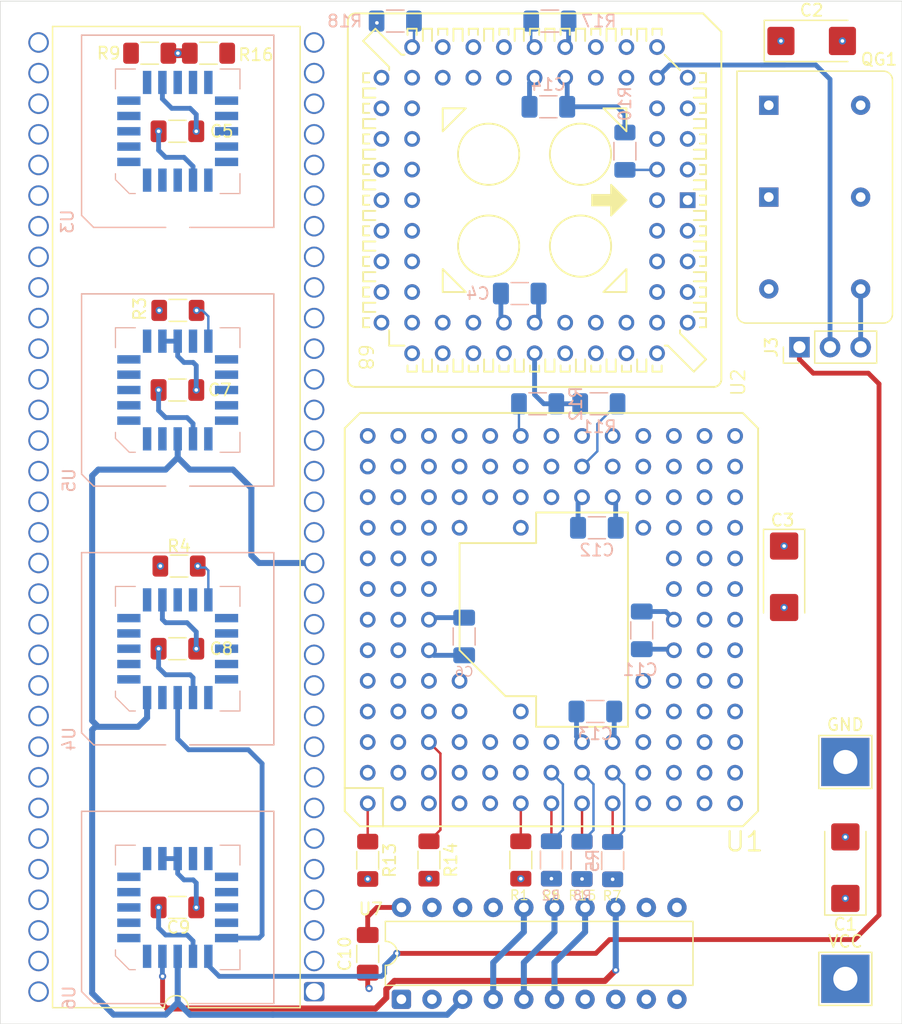
<source format=kicad_pcb>
(kicad_pcb (version 20241229) (generator "pcbnew") (generator_version "9.0")
  (layers (0 "F.Cu" signal) (4 "In1.Cu" power) (6 "In2.Cu" power) (2 "B.Cu" signal) (13 "F.Paste" user) (15 "B.Paste" user) (5 "F.SilkS" user "F.Silkscreen") (7 "B.SilkS" user "B.Silkscreen") (1 "F.Mask" user) (3 "B.Mask" user) (25 "Edge.Cuts" user))
  (net 0 "")
  (net 1 "VCC")
  (net 2 "GND")
  (net 3 "/A16")
  (net 4 "/A15")
  (net 5 "/{slash}RESET_00")
  (net 6 "/{slash}VPA")
  (net 7 "/A6")
  (net 8 "/{slash}LDS")
  (net 9 "/A10")
  (net 10 "/{slash}BR_00")
  (net 12 "/D22")
  (net 13 "/D24")
  (net 14 "/A12")
  (net 15 "/FC0")
  (net 16 "/D20")
  (net 17 "/D30")
  (net 18 "/{slash}VMA")
  (net 19 "/A2")
  (net 20 "/E")
  (net 21 "/C8M.PDS")
  (net 22 "/A1")
  (net 23 "/A13")
  (net 24 "/{slash}IPL1")
  (net 25 "/{slash}UDS")
  (net 26 "/A7")
  (net 27 "/A19")
  (net 28 "/A17")
  (net 29 "/A9")
  (net 30 "/{slash}AS_00")
  (net 31 "/A22")
  (net 32 "/A11")
  (net 33 "/D17")
  (net 34 "/A5")
  (net 35 "/D23")
  (net 36 "/A4")
  (net 37 "/A23")
  (net 38 "/D28")
  (net 39 "/D18")
  (net 40 "/D21")
  (net 41 "/D31")
  (net 42 "/{slash}DTACK")
  (net 43 "/D25")
  (net 44 "/A8")
  (net 45 "/A18")
  (net 46 "/{slash}IPL2")
  (net 49 "/D27")
  (net 50 "/A3")
  (net 52 "/D26")
  (net 53 "/D19")
  (net 54 "/A20")
  (net 55 "/A14")
  (net 56 "/FC2")
  (net 57 "/A21")
  (net 58 "/{slash}IPL0")
  (net 59 "/D29")
  (net 60 "/{slash}R{slash}W")
  (net 61 "/D16")
  (net 62 "/FC1")
  (net 63 "/FPUCLK")
  (net 64 "/{slash}DSACK0")
  (net 65 "/{slash}DSACK1")
  (net 66 "/{slash}RESET_30")
  (net 67 "/P2.A17")
  (net 68 "/{slash}AS_30")
  (net 69 "/{slash}STERM")
  (net 70 "/{slash}CBACK")
  (net 71 "/{slash}HALT_30")
  (net 72 "/P3.B10")
  (net 73 "/FPUSENSE")
  (net 74 "/CDIS")
  (net 75 "/{slash}MMUDIS")
  (net 76 "/{slash}BR_30")
  (net 77 "/{slash}BGACK_30")
  (net 78 "/{slash}BERR_30")
  (net 79 "/{slash}EXT.DTK")
  (net 80 "/FPUSIZE")
  (net 81 "/FPUA0")
  (net 82 "/CLK_30")
  (net 83 "/D12")
  (net 85 "/D11")
  (net 86 "/D7")
  (net 87 "/D4")
  (net 88 "/D2")
  (net 89 "/D9")
  (net 90 "/D1")
  (net 91 "/D8")
  (net 92 "/D10")
  (net 93 "/D13")
  (net 94 "/D5")
  (net 95 "/D15")
  (net 96 "/D6")
  (net 97 "/ECS")
  (net 98 "/D0")
  (net 99 "/D3")
  (net 101 "/{slash}FPUCS")
  (net 102 "/{slash}DS_30")
  (net 103 "/D14")
  (net 104 "/AVEC")
  (net 105 "/{slash}SCC.RW.DEC")
  (net 107 "/{slash}DTACK_SYS+EX")
  (net 108 "/{slash}CIIN")
  (net 109 "/NOFC")
  (net 111 "/N$1")
  (net 112 "/SM_CLK16")
  (net 114 "/N$7")
  (net 116 "/A0")
  (net 117 "/SIZ0")
  (net 118 "/SIZ1")
  (net 123 "/C16M")
  (net 127 "Net-(U7-I3)")
  (net 129 "Net-(U7-I5)")
  (net 132 "Net-(U7-I4)")
  (net 158 "Net-(J3-Pin_3)")
  (footprint "footprints:DIP-64_W22.86mm" (layer "F.Cu") (at 61.849 134.493 180)
    (property "Reference" "IC1" (hide yes))
    (property "Value" "68000D")
  )
  (footprint "Package_DIP:DIP-20_W7.62mm" (layer "F.Cu") (at 69.088 135.128 90)
    (property "Reference" "U7")
    (property "Value" "ATF16V8BJ")
  )
  (footprint "Capacitor_SMD:C_1206_3216Metric_Pad1.33x1.80mm_HandSolder" (layer "F.Cu") (at 50.5075 106.045)
    (property "Reference" "C8")
    (property "Value" "100nF")
  )
  (footprint "footprints:Oscillator_DIP-14-8" (layer "F.Cu") (at 99.568 60.96 -90)
    (property "Reference" "QG1")
    (property "Value" "QG5860" (hide yes))
  )
  (footprint "Resistor_SMD:R_1206_3216Metric_Pad1.30x1.75mm_HandSolder" (layer "F.Cu") (at 48.208 56.642)
    (property "Reference" "R9")
    (property "Value" "4k7")
  )
  (footprint "Resistor_SMD:R_1206_3216Metric_Pad1.30x1.75mm_HandSolder" (layer "F.Cu") (at 53.086 56.642 180)
    (property "Reference" "R16")
    (property "Value" "4k7")
  )
  (footprint "footprints:CPGA-128_Layout13x13_MC68030" (layer "F.Cu") (at 81.534 103.632 90)
    (property "Reference" "U1")
    (property "Value" "MC68030RC")
  )
  (footprint "Capacitor_Tantalum_SMD:CP_EIA-6032-28_Kemet-C_Pad2.25x2.35mm_HandSolder" (layer "F.Cu") (at 105.918 124.206 90)
    (property "Reference" "C1")
    (property "Value" "22uF")
  )
  (footprint "Resistor_SMD:R_1206_3216Metric_Pad1.30x1.75mm_HandSolder" (layer "F.Cu") (at 71.374 123.571 -90)
    (property "Reference" "R14")
    (property "Value" "4k7")
  )
  (footprint "Resistor_SMD:R_1206_3216Metric_Pad1.30x1.75mm_HandSolder" (layer "F.Cu") (at 50.642 99.187 180)
    (property "Reference" "R4")
    (property "Value" "4k7")
  )
  (footprint "Capacitor_Tantalum_SMD:CP_EIA-6032-28_Kemet-C_Pad2.25x2.35mm_HandSolder" (layer "F.Cu") (at 103.124 55.626)
    (property "Reference" "C2")
    (property "Value" "22uF")
  )
  (footprint "footprints:PLCC-68_THT-Socket" (layer "F.Cu") (at 92.837 68.834 -90)
    (property "Reference" "U2")
    (property "Value" "MC68881FN-SOC")
  )
  (footprint "TestPoint:TestPoint_THTPad_4.0x4.0mm_Drill2.0mm" (layer "F.Cu") (at 105.918 115.443 180)
    (property "Reference" "J2" (hide yes))
    (property "Value" "GND")
  )
  (footprint "Capacitor_SMD:C_1206_3216Metric_Pad1.33x1.80mm_HandSolder" (layer "F.Cu") (at 50.5075 127.508)
    (property "Reference" "C9")
    (property "Value" "100nF")
  )
  (footprint "Resistor_SMD:R_1206_3216Metric_Pad1.30x1.75mm_HandSolder" (layer "F.Cu") (at 84.074 123.597 -90)
    (property "Reference" "R15")
    (property "Value" "4k7")
  )
  (footprint "Capacitor_SMD:C_1206_3216Metric_Pad1.33x1.80mm_HandSolder" (layer "F.Cu") (at 50.5075 84.582)
    (property "Reference" "C7")
    (property "Value" "100nF")
  )
  (footprint "Resistor_SMD:R_1206_3216Metric_Pad1.30x1.75mm_HandSolder" (layer "F.Cu") (at 50.546 77.978 180)
    (property "Reference" "R3")
    (property "Value" "4k7")
  )
  (footprint "Resistor_SMD:R_1206_3216Metric_Pad1.30x1.75mm_HandSolder" (layer "F.Cu") (at 81.534 123.571 -90)
    (property "Reference" "R6")
    (property "Value" "4k7")
  )
  (footprint "TestPoint:TestPoint_THTPad_4.0x4.0mm_Drill2.0mm" (layer "F.Cu") (at 105.918 133.431 180)
    (property "Reference" "J1" (hide yes))
    (property "Value" "VCC")
  )
  (footprint "Resistor_SMD:R_1206_3216Metric_Pad1.30x1.75mm_HandSolder" (layer "F.Cu") (at 66.294 123.597 -90)
    (property "Reference" "R13")
    (property "Value" "4k7")
  )
  (footprint "Resistor_SMD:R_1206_3216Metric_Pad1.30x1.75mm_HandSolder" (layer "F.Cu") (at 86.614 123.623 -90)
    (property "Reference" "R7")
    (property "Value" "4k7")
  )
  (footprint "Connector_PinHeader_2.54mm:PinHeader_1x03_P2.54mm_Vertical" (layer "F.Cu") (at 102.108 81.026 90)
    (property "Reference" "J3")
    (property "Value" "FPU Clock")
  )
  (footprint "Resistor_SMD:R_1206_3216Metric_Pad1.30x1.75mm_HandSolder" (layer "F.Cu") (at 78.994 123.571 -90)
    (property "Reference" "R1")
    (property "Value" "4k7")
  )
  (footprint "Capacitor_SMD:C_1206_3216Metric_Pad1.33x1.80mm_HandSolder" (layer "F.Cu") (at 50.5075 63.119)
    (property "Reference" "C5")
    (property "Value" "100nF")
  )
  (footprint "Capacitor_SMD:C_1206_3216Metric_Pad1.33x1.80mm_HandSolder" (layer "F.Cu") (at 66.294 131.3565 -90)
    (property "Reference" "C10")
    (property "Value" "100nF")
  )
  (footprint "Capacitor_Tantalum_SMD:CP_EIA-6032-28_Kemet-C_Pad2.25x2.35mm_HandSolder" (layer "F.Cu") (at 100.838 100.076 -90)
    (property "Reference" "C3")
    (property "Value" "22uF")
  )
  (footprint "Resistor_SMD:R_1206_3216Metric_Pad1.30x1.75mm_HandSolder" (layer "B.Cu") (at 85.471 85.725 180)
    (property "Reference" "R11")
    (property "Value" "4k7")
  )
  (footprint "Resistor_SMD:R_1206_3216Metric_Pad1.30x1.75mm_HandSolder" (layer "B.Cu") (at 81.407 53.975)
    (property "Reference" "R17")
    (property "Value" "4k7")
  )
  (footprint "Capacitor_SMD:C_1206_3216Metric_Pad1.33x1.80mm_HandSolder" (layer "B.Cu") (at 78.9055 76.581 180)
    (property "Reference" "C4")
    (property "Value" "100nF")
  )
  (footprint "Package_LCC:PLCC-20_SMD-Socket" (layer "B.Cu") (at 50.5315 63.119)
    (property "Reference" "U3")
    (property "Value" "ATF16V8BJ")
  )
  (footprint "Capacitor_SMD:C_1206_3216Metric_Pad1.33x1.80mm_HandSolder" (layer "B.Cu") (at 74.295 105.029 90)
    (property "Reference" "C6")
    (property "Value" "100nF")
  )
  (footprint "Resistor_SMD:R_1206_3216Metric_Pad1.30x1.75mm_HandSolder" (layer "B.Cu") (at 84.074 123.597 -90)
    (property "Reference" "R8")
    (property "Value" "4k7")
  )
  (footprint "Capacitor_SMD:C_1206_3216Metric_Pad1.33x1.80mm_HandSolder" (layer "B.Cu") (at 89.027 104.521 90)
    (property "Reference" "C11")
    (property "Value" "100nF")
  )
  (footprint "Capacitor_SMD:C_1206_3216Metric_Pad1.33x1.80mm_HandSolder" (layer "B.Cu") (at 85.1785 111.252)
    (property "Reference" "C13")
    (property "Value" "100nF")
  )
  (footprint "Package_LCC:PLCC-20_SMD-Socket" (layer "B.Cu") (at 50.5315 84.582)
    (property "Reference" "U5")
    (property "Value" "ATF16V8BJ")
  )
  (footprint "Package_LCC:PLCC-20_SMD-Socket" (layer "B.Cu") (at 50.5315 106.045)
    (property "Reference" "U4")
    (property "Value" "ATF16V8BJ")
  )
  (footprint "Resistor_SMD:R_1206_3216Metric_Pad1.30x1.75mm_HandSolder" (layer "B.Cu") (at 68.58 53.975 180)
    (property "Reference" "R18")
    (property "Value" "4k7" (hide yes))
  )
  (footprint "Capacitor_SMD:C_1206_3216Metric_Pad1.33x1.80mm_HandSolder" (layer "B.Cu") (at 81.28 61.087 180)
    (property "Reference" "C14")
    (property "Value" "100nF")
  )
  (footprint "Resistor_SMD:R_1206_3216Metric_Pad1.30x1.75mm_HandSolder" (layer "B.Cu") (at 80.391 85.725)
    (property "Reference" "R12")
    (property "Value" "4k7")
  )
  (footprint "Resistor_SMD:R_1206_3216Metric_Pad1.30x1.75mm_HandSolder" (layer "B.Cu") (at 86.614 123.623 -90)
    (property "Reference" "R5")
    (property "Value" "4k7")
  )
  (footprint "Package_LCC:PLCC-20_SMD-Socket" (layer "B.Cu") (at 50.5315 127.508)
    (property "Reference" "U6")
    (property "Value" "ATF16V8BJ")
  )
  (footprint "Capacitor_SMD:C_1206_3216Metric_Pad1.33x1.80mm_HandSolder" (layer "B.Cu") (at 85.3055 96.012)
    (property "Reference" "C12")
    (property "Value" "100nF")
  )
  (footprint "Resistor_SMD:R_1206_3216Metric_Pad1.30x1.75mm_HandSolder" (layer "B.Cu") (at 81.534 123.571 -90)
    (property "Reference" "R2")
    (property "Value" "4k7")
  )
  (footprint "Resistor_SMD:R_1206_3216Metric_Pad1.30x1.75mm_HandSolder" (layer "B.Cu") (at 87.63 64.77 90)
    (property "Reference" "R10")
    (property "Value" "4k7")
  )
  (gr_rect (start 35.814 52.324) (end 110.617 137.16) (stroke (width 0.05)) (fill no) (layer "Edge.Cuts"))
  (segment (start 66.294 128.27) (end 67.056 127.508) (width 0.4) (layer "F.Cu") (net 1))
  (segment (start 49.758 56.642) (end 50.546 56.642) (width 0.8) (layer "F.Cu") (net 1))
  (segment (start 67.056 127.508) (end 69.088 127.508) (width 0.4) (layer "F.Cu") (net 1))
  (segment (start 50.546 56.642) (end 51.536 56.642) (width 0.8) (layer "F.Cu") (net 1))
  (segment (start 66.294 129.794) (end 66.294 128.27) (width 0.4) (layer "F.Cu") (net 1))
  (via (at 48.945 127.508) (size 0.6) (drill 0.3) (layers "F.Cu" "B.Cu") (net 1))
  (via (at 67.056 54.125) (size 0.6) (drill 0.3) (layers "F.Cu" "B.Cu") (net 1))
  (via (at 100.574 55.626) (size 0.6) (drill 0.3) (layers "F.Cu" "B.Cu") (net 1))
  (via (at 50.546 56.642) (size 0.6) (drill 0.3) (layers "F.Cu" "B.Cu") (net 1))
  (via (at 84.074 125.147) (size 0.6) (drill 0.3) (layers "F.Cu" "B.Cu") (net 1))
  (via (at 71.374 125.121) (size 0.6) (drill 0.3) (layers "F.Cu" "B.Cu") (net 1))
  (via (at 48.945 63.119) (size 0.6) (drill 0.3) (layers "F.Cu" "B.Cu") (net 1))
  (via (at 66.294 125.147) (size 0.6) (drill 0.3) (layers "F.Cu" "B.Cu") (net 1))
  (via (at 49.092 99.187) (size 0.6) (drill 0.3) (layers "F.Cu" "B.Cu") (net 1))
  (via (at 100.838 97.526) (size 0.6) (drill 0.3) (layers "F.Cu" "B.Cu") (net 1))
  (via (at 48.996 77.978) (size 0.6) (drill 0.3) (layers "F.Cu" "B.Cu") (net 1))
  (via (at 48.945 106.045) (size 0.6) (drill 0.3) (layers "F.Cu" "B.Cu") (net 1))
  (via (at 78.994 125.121) (size 0.6) (drill 0.3) (layers "F.Cu" "B.Cu") (net 1))
  (via (at 48.945 84.582) (size 0.6) (drill 0.3) (layers "F.Cu" "B.Cu") (net 1))
  (via (at 81.534 125.121) (size 0.6) (drill 0.3) (layers "F.Cu" "B.Cu") (net 1))
  (via (at 105.918 126.756) (size 0.6) (drill 0.3) (layers "F.Cu" "B.Cu") (net 1))
  (via (at 86.614 125.173) (size 0.6) (drill 0.3) (layers "F.Cu" "B.Cu") (net 1))
  (segment (start 48.945 129.209) (end 48.945 127.508) (width 0.4) (layer "B.Cu") (net 1))
  (segment (start 74.295 106.5915) (end 71.7935 106.5915) (width 0.4) (layer "B.Cu") (net 1))
  (segment (start 87.63 61.722) (end 87.63 63.22) (width 0.4) (layer "B.Cu") (net 1))
  (segment (start 51.8015 130.2875) (end 51.308 129.794) (width 0.4) (layer "B.Cu") (net 1))
  (segment (start 51.308 129.794) (end 49.53 129.794) (width 0.4) (layer "B.Cu") (net 1))
  (segment (start 80.137 84.963) (end 80.137 81.534) (width 0.4) (layer "B.Cu") (net 1))
  (segment (start 91.6055 106.0835) (end 91.694 106.172) (width 0.4) (layer "B.Cu") (net 1))
  (segment (start 48.945 64.693) (end 49.53 65.278) (width 0.4) (layer "B.Cu") (net 1))
  (segment (start 83.743 96.012) (end 83.743 93.803) (width 0.4) (layer "B.Cu") (net 1))
  (segment (start 49.53 129.794) (end 48.945 129.209) (width 0.4) (layer "B.Cu") (net 1))
  (segment (start 51.308 86.868) (end 49.53 86.868) (width 0.4) (layer "B.Cu") (net 1))
  (segment (start 51.8015 67.1715) (end 51.8015 66.0255) (width 0.4) (layer "B.Cu") (net 1))
  (segment (start 80.468 76.581) (end 80.468 78.663) (width 0.4) (layer "B.Cu") (net 1))
  (segment (start 51.562 108.204) (end 49.53 108.204) (width 0.4) (layer "B.Cu") (net 1))
  (segment (start 82.8425 61.087) (end 82.8425 58.8395) (width 0.4) (layer "B.Cu") (net 1))
  (segment (start 51.8015 110.0975) (end 51.8015 108.4435) (width 0.4) (layer "B.Cu") (net 1))
  (segment (start 83.616 113.334) (end 84.074 113.792) (width 0.4) (layer "B.Cu") (net 1))
  (segment (start 80.899 85.725) (end 80.137 84.963) (width 0.4) (layer "B.Cu") (net 1))
  (segment (start 83.743 93.803) (end 84.074 93.472) (width 0.4) (layer "B.Cu") (net 1))
  (segment (start 80.468 78.663) (end 80.137 78.994) (width 0.4) (layer "B.Cu") (net 1))
  (segment (start 51.8015 87.3615) (end 51.308 86.868) (width 0.4) (layer "B.Cu") (net 1))
  (segment (start 49.53 108.204) (end 48.945 107.619) (width 0.4) (layer "B.Cu") (net 1))
  (segment (start 82.8425 61.087) (end 86.995 61.087) (width 0.4) (layer "B.Cu") (net 1))
  (segment (start 82.8425 58.8395) (end 82.677 58.674) (width 0.4) (layer "B.Cu") (net 1))
  (segment (start 82.957 53.975) (end 82.957 55.854) (width 0.4) (layer "B.Cu") (net 1))
  (segment (start 51.8015 108.4435) (end 51.562 108.204) (width 0.4) (layer "B.Cu") (net 1))
  (segment (start 81.941 85.725) (end 80.899 85.725) (width 0.4) (layer "B.Cu") (net 1))
  (segment (start 48.945 84.582) (end 48.945 86.283) (width 0.4) (layer "B.Cu") (net 1))
  (segment (start 48.945 63.119) (end 48.945 64.693) (width 0.4) (layer "B.Cu") (net 1))
  (segment (start 51.8015 66.0255) (end 51.054 65.278) (width 0.4) (layer "B.Cu") (net 1))
  (segment (start 89.027 106.0835) (end 91.6055 106.0835) (width 0.4) (layer "B.Cu") (net 1))
  (segment (start 81.941 85.725) (end 83.921 85.725) (width 0.4) (layer "B.Cu") (net 1))
  (segment (start 71.7935 106.5915) (end 71.374 106.172) (width 0.4) (layer "B.Cu") (net 1))
  (segment (start 51.8015 131.5605) (end 51.8015 130.2875) (width 0.4) (layer "B.Cu") (net 1))
  (segment (start 51.8015 88.6345) (end 51.8015 87.3615) (width 0.4) (layer "B.Cu") (net 1))
  (segment (start 48.945 107.619) (end 48.945 106.045) (width 0.4) (layer "B.Cu") (net 1))
  (segment (start 83.616 111.252) (end 83.616 113.334) (width 0.4) (layer "B.Cu") (net 1))
  (segment (start 48.945 86.283) (end 49.53 86.868) (width 0.4) (layer "B.Cu") (net 1))
  (segment (start 51.054 65.278) (end 49.53 65.278) (width 0.4) (layer "B.Cu") (net 1))
  (segment (start 82.957 55.854) (end 82.677 56.134) (width 0.4) (layer "B.Cu") (net 1))
  (segment (start 67.03 53.975) (end 67.03 54.099) (width 0.4) (layer "B.Cu") (net 1))
  (segment (start 86.995 61.087) (end 87.63 61.722) (width 0.4) (layer "B.Cu") (net 1))
  (segment (start 67.03 54.099) (end 67.056 54.125) (width 0.4) (layer "B.Cu") (net 1))
  (segment (start 66.294 134.112) (end 66.407391 134.225391) (width 0.4) (layer "F.Cu") (net 2))
  (segment (start 66.294 132.919) (end 66.294 132.842) (width 0.4) (layer "F.Cu") (net 2))
  (segment (start 105.918 121.656) (end 105.918 121.666) (width 0.4) (layer "F.Cu") (net 2))
  (segment (start 66.294 132.919) (end 66.294 134.112) (width 0.4) (layer "F.Cu") (net 2))
  (via (at 100.838 102.626) (size 0.6) (drill 0.3) (layers "F.Cu" "B.Cu") (net 2))
  (via (at 105.674 55.626) (size 0.6) (drill 0.3) (layers "F.Cu" "B.Cu") (net 2))
  (via (at 52.07 63.119) (size 0.6) (drill 0.3) (layers "F.Cu" "B.Cu") (net 2))
  (via (at 66.407391 134.225391) (size 0.6) (drill 0.3) (layers "F.Cu" "B.Cu") (net 2))
  (via (at 105.918 121.666) (size 0.6) (drill 0.3) (layers "F.Cu" "B.Cu") (net 2))
  (via (at 52.07 127.508) (size 0.6) (drill 0.3) (layers "F.Cu" "B.Cu") (net 2))
  (via (at 52.07 106.045) (size 0.6) (drill 0.3) (layers "F.Cu" "B.Cu") (net 2))
  (via (at 52.07 84.582) (size 0.6) (drill 0.3) (layers "F.Cu" "B.Cu") (net 2))
  (segment (start 49.2615 123.4555) (end 50.5315 123.4555) (width 0.4) (layer "B.Cu") (net 2))
  (segment (start 51.054 125.222) (end 51.816 125.222) (width 0.4) (layer "B.Cu") (net 2))
  (segment (start 49.53 103.886) (end 49.2615 103.6175) (width 0.4) (layer "B.Cu") (net 2))
  (segment (start 52.07 125.476) (end 52.07 127.508) (width 0.4) (layer "B.Cu") (net 2))
  (segment (start 86.868 93.726) (end 86.614 93.472) (width 0.4) (layer "B.Cu") (net 2))
  (segment (start 52.07 104.648) (end 51.308 103.886) (width 0.4) (layer "B.Cu") (net 2))
  (segment (start 50.5315 81.7735) (end 51.054 82.296) (width 0.4) (layer "B.Cu") (net 2))
  (segment (start 52.07 106.045) (end 52.07 104.648) (width 0.4) (layer "B.Cu") (net 2))
  (segment (start 51.816 125.222) (end 52.07 125.476) (width 0.4) (layer "B.Cu") (net 2))
  (segment (start 51.054 82.296) (end 51.816 82.296) (width 0.4) (layer "B.Cu") (net 2))
  (segment (start 50.038 61.214) (end 51.562 61.214) (width 0.4) (layer "B.Cu") (net 2))
  (segment (start 49.2615 60.4375) (end 50.038 61.214) (width 0.4) (layer "B.Cu") (net 2))
  (segment (start 79.7175 59.0935) (end 80.137 58.674) (width 0.4) (layer "B.Cu") (net 2))
  (segment (start 79.7175 61.087) (end 79.7175 59.0935) (width 0.4) (layer "B.Cu") (net 2))
  (segment (start 52.07 61.722) (end 52.07 63.119) (width 0.4) (layer "B.Cu") (net 2))
  (segment (start 52.07 82.55) (end 52.07 84.582) (width 0.4) (layer "B.Cu") (net 2))
  (segment (start 86.868 96.012) (end 86.868 93.726) (width 0.4) (layer "B.Cu") (net 2))
  (segment (start 89.027 102.9585) (end 91.0205 102.9585) (width 0.4) (layer "B.Cu") (net 2))
  (segment (start 49.2615 59.0665) (end 49.2615 60.4375) (width 0.4) (layer "B.Cu") (net 2))
  (segment (start 51.308 103.886) (end 49.53 103.886) (width 0.4) (layer "B.Cu") (net 2))
  (segment (start 74.295 103.4665) (end 71.5395 103.4665) (width 0.4) (layer "B.Cu") (net 2))
  (segment (start 50.5315 124.6995) (end 51.054 125.222) (width 0.4) (layer "B.Cu") (net 2))
  (segment (start 49.2615 80.5295) (end 50.5315 80.5295) (width 0.4) (layer "B.Cu") (net 2))
  (segment (start 77.343 76.581) (end 77.343 78.74) (width 0.4) (layer "B.Cu") (net 2))
  (segment (start 86.741 113.665) (end 86.614 113.792) (width 0.4) (layer "B.Cu") (net 2))
  (segment (start 51.816 82.296) (end 52.07 82.55) (width 0.4) (layer "B.Cu") (net 2))
  (segment (start 50.5315 80.5295) (end 50.5315 81.7735) (width 0.4) (layer "B.Cu") (net 2))
  (segment (start 51.562 61.214) (end 52.07 61.722) (width 0.4) (layer "B.Cu") (net 2))
  (segment (start 91.0205 102.9585) (end 91.694 103.632) (width 0.4) (layer "B.Cu") (net 2))
  (segment (start 71.5395 103.4665) (end 71.374 103.632) (width 0.4) (layer "B.Cu") (net 2))
  (segment (start 50.5315 123.4555) (end 50.5315 124.6995) (width 0.4) (layer "B.Cu") (net 2))
  (segment (start 77.343 78.74) (end 77.597 78.994) (width 0.4) (layer "B.Cu") (net 2))
  (segment (start 86.741 111.252) (end 86.741 113.665) (width 0.4) (layer "B.Cu") (net 2))
  (segment (start 49.2615 103.6175) (end 49.2615 101.9925) (width 0.4) (layer "B.Cu") (net 2))
  (segment (start 58.409 136.409) (end 51.562 136.409) (width 0.5) (layer "B.Cu") (net 21))
  (segment (start 72.887 136.409) (end 58.431 136.409) (width 0.5) (layer "B.Cu") (net 21))
  (segment (start 50.5405 135.3875) (end 51.562 136.409) (width 0.5) (layer "B.Cu") (net 21))
  (segment (start 61.849 98.933) (end 57.277 98.933) (width 0.5) (layer "B.Cu") (net 21))
  (segment (start 55.118 91.186) (end 51.533 91.186) (width 0.5) (layer "B.Cu") (net 21))
  (segment (start 43.942 91.186) (end 49.53 91.186) (width 0.5) (layer "B.Cu") (net 21))
  (segment (start 43.434 112.014) (end 43.434 91.694) (width 0.5) (layer "B.Cu") (net 21))
  (segment (start 43.434 112.776) (end 43.688 112.522) (width 0.5) (layer "B.Cu") (net 21))
  (segment (start 47.244 112.522) (end 47.9915 111.7745) (width 0.5) (layer "B.Cu") (net 21))
  (segment (start 43.942 112.522) (end 47.244 112.522) (width 0.5) (layer "B.Cu") (net 21))
  (segment (start 50.5315 131.5605) (end 50.5315 135.3785) (width 0.5) (layer "B.Cu") (net 21))
  (segment (start 43.434 91.694) (end 43.942 91.186) (width 0.5) (layer "B.Cu") (net 21))
  (segment (start 51.533 91.186) (end 50.5315 90.1845) (width 0.5) (layer "B.Cu") (net 21))
  (segment (start 58.431 136.409) (end 58.42 136.398) (width 0.5) (layer "B.Cu") (net 21))
  (segment (start 43.688 112.522) (end 43.942 112.522) (width 0.5) (layer "B.Cu") (net 21))
  (segment (start 49.53 136.398) (end 45.212 136.398) (width 0.5) (layer "B.Cu") (net 21))
  (segment (start 58.42 136.398) (end 58.409 136.409) (width 0.5) (layer "B.Cu") (net 21))
  (segment (start 50.5405 135.3875) (end 49.53 136.398) (width 0.5) (layer "B.Cu") (net 21))
  (segment (start 43.942 112.522) (end 43.434 112.014) (width 0.5) (layer "B.Cu") (net 21))
  (segment (start 50.5315 90.1845) (end 50.5315 88.6345) (width 0.5) (layer "B.Cu") (net 21))
  (segment (start 57.277 98.933) (end 56.642 98.298) (width 0.5) (layer "B.Cu") (net 21))
  (segment (start 50.5315 135.3785) (end 50.5405 135.3875) (width 0.5) (layer "B.Cu") (net 21))
  (segment (start 74.168 135.128) (end 72.887 136.409) (width 0.5) (layer "B.Cu") (net 21))
  (segment (start 45.212 136.398) (end 43.434 134.62) (width 0.5) (layer "B.Cu") (net 21))
  (segment (start 56.642 98.298) (end 56.642 92.71) (width 0.5) (layer "B.Cu") (net 21))
  (segment (start 47.9915 111.7745) (end 47.9915 110.0975) (width 0.5) (layer "B.Cu") (net 21))
  (segment (start 43.434 134.62) (end 43.434 112.776) (width 0.5) (layer "B.Cu") (net 21))
  (segment (start 49.53 91.186) (end 50.5315 90.1845) (width 0.5) (layer "B.Cu") (net 21))
  (segment (start 56.642 92.71) (end 55.118 91.186) (width 0.5) (layer "B.Cu") (net 21))
  (segment (start 91.348 57.623) (end 90.297 58.674) (width 0.4) (layer "B.Cu") (net 63))
  (segment (start 98.933 57.623) (end 91.348 57.623) (width 0.4) (layer "B.Cu") (net 63))
  (segment (start 100.93 57.623) (end 98.933 57.623) (width 0.4) (layer "B.Cu") (net 63))
  (segment (start 104.648 58.801) (end 103.47 57.623) (width 0.4) (layer "B.Cu") (net 63))
  (segment (start 104.648 81.026) (end 104.648 58.801) (width 0.4) (layer "B.Cu") (net 63))
  (segment (start 103.47 57.623) (end 98.933 57.623) (width 0.4) (layer "B.Cu") (net 63))
  (segment (start 78.994 122.021) (end 78.994 118.872) (width 0.2) (layer "F.Cu") (net 64))
  (segment (start 81.534 122.021) (end 82.485 121.07) (width 0.2) (layer "B.Cu") (net 65))
  (segment (start 82.485 117.283) (end 81.534 116.332) (width 0.2) (layer "B.Cu") (net 65))
  (segment (start 82.485 121.07) (end 82.485 117.283) (width 0.2) (layer "B.Cu") (net 65))
  (via (at 52.096 77.978) (size 0.6) (drill 0.3) (layers "F.Cu" "B.Cu") (net 66))
  (segment (start 53.0715 78.4715) (end 53.0715 80.5295) (width 0.2) (layer "B.Cu") (net 66))
  (segment (start 52.578 77.978) (end 53.0715 78.4715) (width 0.2) (layer "B.Cu") (net 66))
  (segment (start 52.096 77.978) (end 52.578 77.978) (width 0.2) (layer "B.Cu") (net 66))
  (via (at 52.192 99.187) (size 0.6) (drill 0.3) (layers "F.Cu" "B.Cu") (net 67))
  (segment (start 53.0715 99.5535) (end 52.832 99.314) (width 0.2) (layer "B.Cu") (net 67))
  (segment (start 52.319 99.314) (end 52.192 99.187) (width 0.2) (layer "B.Cu") (net 67))
  (segment (start 53.0715 101.9925) (end 53.0715 99.5535) (width 0.2) (layer "B.Cu") (net 67))
  (segment (start 52.832 99.314) (end 52.319 99.314) (width 0.2) (layer "B.Cu") (net 67))
  (segment (start 87.565 121.122) (end 87.565 117.283) (width 0.2) (layer "B.Cu") (net 68))
  (segment (start 86.614 122.073) (end 87.565 121.122) (width 0.2) (layer "B.Cu") (net 68))
  (segment (start 87.565 117.283) (end 86.614 116.332) (width 0.2) (layer "B.Cu") (net 68))
  (segment (start 81.534 122.021) (end 81.534 118.872) (width 0.2) (layer "F.Cu") (net 69))
  (segment (start 86.614 122.073) (end 86.614 118.872) (width 0.2) (layer "F.Cu") (net 70))
  (segment (start 85.025 117.283) (end 84.074 116.332) (width 0.2) (layer "B.Cu") (net 71))
  (segment (start 84.074 122.047) (end 85.025 121.096) (width 0.2) (layer "B.Cu") (net 71))
  (segment (start 85.025 121.096) (end 85.025 117.283) (width 0.2) (layer "B.Cu") (net 71))
  (segment (start 87.63 66.32) (end 90.271 66.32) (width 0.2) (layer "B.Cu") (net 73))
  (segment (start 90.271 66.32) (end 90.297 66.294) (width 0.2) (layer "B.Cu") (net 73))
  (segment (start 85.344 89.662) (end 84.074 90.932) (width 0.2) (layer "B.Cu") (net 74))
  (segment (start 87.021 85.725) (end 85.344 87.402) (width 0.2) (layer "B.Cu") (net 74))
  (segment (start 85.344 87.402) (end 85.344 89.662) (width 0.2) (layer "B.Cu") (net 74))
  (segment (start 78.841 88.239) (end 78.994 88.392) (width 0.2) (layer "B.Cu") (net 75))
  (segment (start 78.841 85.725) (end 78.841 88.239) (width 0.2) (layer "B.Cu") (net 75))
  (segment (start 66.294 122.047) (end 66.294 118.872) (width 0.2) (layer "F.Cu") (net 76))
  (segment (start 71.374 122.021) (end 72.325 121.07) (width 0.2) (layer "F.Cu") (net 77))
  (segment (start 72.325 114.743) (end 71.374 113.792) (width 0.2) (layer "F.Cu") (net 77))
  (segment (start 72.325 121.07) (end 72.325 114.743) (width 0.2) (layer "F.Cu") (net 77))
  (segment (start 84.074 122.047) (end 84.074 118.872) (width 0.2) (layer "F.Cu") (net 78))
  (segment (start 79.857 55.854) (end 80.137 56.134) (width 0.2) (layer "B.Cu") (net 80))
  (segment (start 79.857 53.975) (end 79.857 55.854) (width 0.2) (layer "B.Cu") (net 80))
  (segment (start 70.13 53.975) (end 70.13 55.981) (width 0.2) (layer "B.Cu") (net 81))
  (segment (start 70.13 55.981) (end 69.977 56.134) (width 0.2) (layer "B.Cu") (net 81))
  (segment (start 103.251 83.185) (end 102.108 82.042) (width 0.4) (layer "F.Cu") (net 82))
  (segment (start 102.108 82.042) (end 102.108 81.026) (width 0.4) (layer "F.Cu") (net 82))
  (segment (start 107.823 83.185) (end 103.251 83.185) (width 0.4) (layer "F.Cu") (net 82))
  (segment (start 85.217 131.318) (end 86.36 130.175) (width 0.4) (layer "F.Cu") (net 82))
  (segment (start 108.712 128.143) (end 108.712 84.074) (width 0.4) (layer "F.Cu") (net 82))
  (segment (start 86.36 130.175) (end 106.68 130.175) (width 0.4) (layer "F.Cu") (net 82))
  (segment (start 68.707 131.318) (end 85.217 131.318) (width 0.4) (layer "F.Cu") (net 82))
  (segment (start 106.68 130.175) (end 108.712 128.143) (width 0.4) (layer "F.Cu") (net 82))
  (segment (start 108.712 84.074) (end 107.823 83.185) (width 0.4) (layer "F.Cu") (net 82))
  (via (at 68.707 131.318) (size 0.6) (drill 0.3) (layers "F.Cu" "B.Cu") (net 82))
  (segment (start 53.0715 131.5605) (end 53.0715 132.3195) (width 0.4) (layer "B.Cu") (net 82))
  (segment (start 67.691 132.969) (end 67.691 132.334) (width 0.4) (layer "B.Cu") (net 82))
  (segment (start 67.437 133.223) (end 67.691 132.969) (width 0.4) (layer "B.Cu") (net 82))
  (segment (start 53.0715 132.3195) (end 53.975 133.223) (width 0.4) (layer "B.Cu") (net 82))
  (segment (start 53.975 133.223) (end 67.437 133.223) (width 0.4) (layer "B.Cu") (net 82))
  (segment (start 67.691 132.334) (end 68.707 131.318) (width 0.4) (layer "B.Cu") (net 82))
  (segment (start 50.5315 113.5235) (end 50.5315 110.0975) (width 0.4) (layer "B.Cu") (net 112))
  (segment (start 57.277 130.048) (end 57.531 129.794) (width 0.4) (layer "B.Cu") (net 112))
  (segment (start 57.531 129.794) (end 57.531 115.57) (width 0.4) (layer "B.Cu") (net 112))
  (segment (start 51.435 114.427) (end 50.5315 113.5235) (width 0.4) (layer "B.Cu") (net 112))
  (segment (start 57.531 115.57) (end 56.388 114.427) (width 0.4) (layer "B.Cu") (net 112))
  (segment (start 56.388 114.427) (end 51.435 114.427) (width 0.4) (layer "B.Cu") (net 112))
  (segment (start 54.584 130.048) (end 57.277 130.048) (width 0.4) (layer "B.Cu") (net 112))
  (segment (start 85.968 133.604) (end 86.868 132.704) (width 0.5) (layer "F.Cu") (net 123))
  (segment (start 68.513708 133.604) (end 85.968 133.604) (width 0.5) (layer "F.Cu") (net 123))
  (segment (start 67.837 135.001) (end 67.837 134.280708) (width 0.5) (layer "F.Cu") (net 123))
  (segment (start 49.657 135.89) (end 66.948 135.89) (width 0.5) (layer "F.Cu") (net 123))
  (segment (start 49.276 135.509) (end 49.657 135.89) (width 0.4) (layer "F.Cu") (net 123))
  (segment (start 49.276 133.223) (end 49.276 135.509) (width 0.4) (layer "F.Cu") (net 123))
  (segment (start 66.948 135.89) (end 67.837 135.001) (width 0.5) (layer "F.Cu") (net 123))
  (segment (start 67.837 134.280708) (end 68.513708 133.604) (width 0.5) (layer "F.Cu") (net 123))
  (via (at 86.868 132.704) (size 0.6) (drill 0.3) (layers "F.Cu" "B.Cu") (net 123))
  (via (at 49.276 133.223) (size 0.6) (drill 0.3) (layers "F.Cu" "B.Cu") (net 123))
  (segment (start 86.868 132.704) (end 86.868 127.508) (width 0.5) (layer "B.Cu") (net 123))
  (segment (start 49.2615 133.2085) (end 49.276 133.223) (width 0.4) (layer "B.Cu") (net 123))
  (segment (start 49.2615 131.5605) (end 49.2615 133.2085) (width 0.4) (layer "B.Cu") (net 123))
  (segment (start 79.248 129.54) (end 76.708 132.08) (width 0.5) (layer "B.Cu") (net 127))
  (segment (start 79.248 127.508) (end 79.248 129.54) (width 0.5) (layer "B.Cu") (net 127))
  (segment (start 76.708 132.08) (end 76.708 135.128) (width 0.5) (layer "B.Cu") (net 127))
  (segment (start 81.788 132.08) (end 81.788 135.128) (width 0.5) (layer "B.Cu") (net 129))
  (segment (start 84.328 129.54) (end 81.788 132.08) (width 0.5) (layer "B.Cu") (net 129))
  (segment (start 84.328 127.508) (end 84.328 129.54) (width 0.5) (layer "B.Cu") (net 129))
  (segment (start 81.788 129.54) (end 79.248 132.08) (width 0.5) (layer "B.Cu") (net 132))
  (segment (start 79.248 132.08) (end 79.248 135.128) (width 0.5) (layer "B.Cu") (net 132))
  (segment (start 81.788 127.508) (end 81.788 129.54) (width 0.5) (layer "B.Cu") (net 132))
  (segment (start 107.188 81.026) (end 107.188 76.2) (width 0.4) (layer "B.Cu") (net 158))
)
</source>
